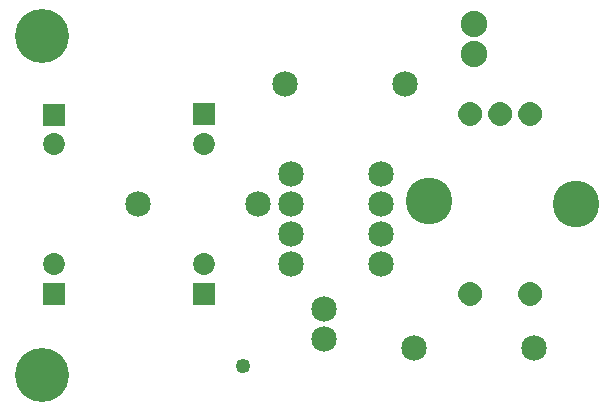
<source format=gbs>
G04 MADE WITH FRITZING*
G04 WWW.FRITZING.ORG*
G04 DOUBLE SIDED*
G04 HOLES PLATED*
G04 CONTOUR ON CENTER OF CONTOUR VECTOR*
%ASAXBY*%
%FSLAX23Y23*%
%MOIN*%
%OFA0B0*%
%SFA1.0B1.0*%
%ADD10C,0.085000*%
%ADD11C,0.155669*%
%ADD12C,0.049370*%
%ADD13C,0.072992*%
%ADD14C,0.180000*%
%ADD15C,0.088000*%
%ADD16R,0.072992X0.072992*%
%ADD17C,0.030000*%
%ADD18R,0.001000X0.001000*%
%LNMASK0*%
G90*
G70*
G54D10*
X919Y1157D03*
X1319Y1157D03*
X1750Y277D03*
X1350Y277D03*
X829Y757D03*
X429Y757D03*
G54D11*
X1399Y767D03*
X1889Y757D03*
G54D10*
X1050Y307D03*
X1050Y407D03*
G54D12*
X779Y217D03*
G54D13*
X650Y458D03*
X650Y557D03*
X650Y458D03*
X650Y557D03*
X150Y458D03*
X150Y557D03*
X150Y458D03*
X150Y557D03*
X651Y1056D03*
X651Y958D03*
X651Y1056D03*
X651Y958D03*
X150Y1055D03*
X150Y957D03*
X150Y1055D03*
X150Y957D03*
G54D14*
X110Y1317D03*
X109Y187D03*
G54D10*
X1239Y557D03*
X939Y557D03*
X1239Y657D03*
X939Y657D03*
X1239Y757D03*
X939Y757D03*
X1239Y857D03*
X939Y857D03*
G54D15*
X1550Y1257D03*
X1550Y1357D03*
G54D16*
X650Y458D03*
X650Y458D03*
X150Y458D03*
X150Y458D03*
X651Y1056D03*
X651Y1056D03*
X150Y1055D03*
X150Y1055D03*
G54D17*
G36*
X1022Y334D02*
X1077Y334D01*
X1077Y279D01*
X1022Y279D01*
X1022Y334D01*
G37*
D02*
G36*
X1211Y530D02*
X1211Y585D01*
X1266Y585D01*
X1266Y530D01*
X1211Y530D01*
G37*
D02*
G36*
X1521Y1228D02*
X1521Y1286D01*
X1579Y1286D01*
X1579Y1228D01*
X1521Y1228D01*
G37*
D02*
G54D18*
X1533Y1097D02*
X1543Y1097D01*
X1633Y1097D02*
X1643Y1097D01*
X1733Y1097D02*
X1743Y1097D01*
X1529Y1096D02*
X1547Y1096D01*
X1629Y1096D02*
X1647Y1096D01*
X1728Y1096D02*
X1747Y1096D01*
X1526Y1095D02*
X1550Y1095D01*
X1626Y1095D02*
X1650Y1095D01*
X1726Y1095D02*
X1750Y1095D01*
X1523Y1094D02*
X1552Y1094D01*
X1623Y1094D02*
X1652Y1094D01*
X1723Y1094D02*
X1752Y1094D01*
X1521Y1093D02*
X1554Y1093D01*
X1621Y1093D02*
X1654Y1093D01*
X1721Y1093D02*
X1754Y1093D01*
X1520Y1092D02*
X1556Y1092D01*
X1620Y1092D02*
X1656Y1092D01*
X1720Y1092D02*
X1756Y1092D01*
X1518Y1091D02*
X1557Y1091D01*
X1618Y1091D02*
X1657Y1091D01*
X1718Y1091D02*
X1757Y1091D01*
X1517Y1090D02*
X1559Y1090D01*
X1617Y1090D02*
X1659Y1090D01*
X1717Y1090D02*
X1759Y1090D01*
X1515Y1089D02*
X1560Y1089D01*
X1615Y1089D02*
X1660Y1089D01*
X1715Y1089D02*
X1760Y1089D01*
X1514Y1088D02*
X1561Y1088D01*
X1614Y1088D02*
X1661Y1088D01*
X1714Y1088D02*
X1761Y1088D01*
X1513Y1087D02*
X1563Y1087D01*
X1613Y1087D02*
X1663Y1087D01*
X1713Y1087D02*
X1762Y1087D01*
X1512Y1086D02*
X1564Y1086D01*
X1612Y1086D02*
X1664Y1086D01*
X1712Y1086D02*
X1764Y1086D01*
X1511Y1085D02*
X1565Y1085D01*
X1611Y1085D02*
X1665Y1085D01*
X1711Y1085D02*
X1765Y1085D01*
X1510Y1084D02*
X1566Y1084D01*
X1610Y1084D02*
X1666Y1084D01*
X1710Y1084D02*
X1766Y1084D01*
X1509Y1083D02*
X1567Y1083D01*
X1609Y1083D02*
X1667Y1083D01*
X1709Y1083D02*
X1766Y1083D01*
X1508Y1082D02*
X1567Y1082D01*
X1608Y1082D02*
X1667Y1082D01*
X1708Y1082D02*
X1767Y1082D01*
X1507Y1081D02*
X1568Y1081D01*
X1607Y1081D02*
X1668Y1081D01*
X1707Y1081D02*
X1768Y1081D01*
X1506Y1080D02*
X1569Y1080D01*
X1606Y1080D02*
X1669Y1080D01*
X1706Y1080D02*
X1769Y1080D01*
X1506Y1079D02*
X1570Y1079D01*
X1606Y1079D02*
X1670Y1079D01*
X1706Y1079D02*
X1770Y1079D01*
X1505Y1078D02*
X1570Y1078D01*
X1605Y1078D02*
X1670Y1078D01*
X1705Y1078D02*
X1770Y1078D01*
X1504Y1077D02*
X1571Y1077D01*
X1604Y1077D02*
X1671Y1077D01*
X1704Y1077D02*
X1771Y1077D01*
X1504Y1076D02*
X1572Y1076D01*
X1604Y1076D02*
X1672Y1076D01*
X1704Y1076D02*
X1772Y1076D01*
X1503Y1075D02*
X1572Y1075D01*
X1603Y1075D02*
X1672Y1075D01*
X1703Y1075D02*
X1772Y1075D01*
X1503Y1074D02*
X1573Y1074D01*
X1603Y1074D02*
X1673Y1074D01*
X1702Y1074D02*
X1773Y1074D01*
X1502Y1073D02*
X1573Y1073D01*
X1602Y1073D02*
X1673Y1073D01*
X1702Y1073D02*
X1773Y1073D01*
X1502Y1072D02*
X1574Y1072D01*
X1602Y1072D02*
X1674Y1072D01*
X1701Y1072D02*
X1774Y1072D01*
X1501Y1071D02*
X1574Y1071D01*
X1601Y1071D02*
X1674Y1071D01*
X1701Y1071D02*
X1774Y1071D01*
X1501Y1070D02*
X1575Y1070D01*
X1601Y1070D02*
X1675Y1070D01*
X1701Y1070D02*
X1775Y1070D01*
X1500Y1069D02*
X1575Y1069D01*
X1600Y1069D02*
X1675Y1069D01*
X1700Y1069D02*
X1775Y1069D01*
X1500Y1068D02*
X1575Y1068D01*
X1600Y1068D02*
X1675Y1068D01*
X1700Y1068D02*
X1775Y1068D01*
X1500Y1067D02*
X1576Y1067D01*
X1600Y1067D02*
X1676Y1067D01*
X1700Y1067D02*
X1776Y1067D01*
X1499Y1066D02*
X1576Y1066D01*
X1599Y1066D02*
X1676Y1066D01*
X1699Y1066D02*
X1776Y1066D01*
X1499Y1065D02*
X1576Y1065D01*
X1599Y1065D02*
X1676Y1065D01*
X1699Y1065D02*
X1776Y1065D01*
X1499Y1064D02*
X1577Y1064D01*
X1599Y1064D02*
X1676Y1064D01*
X1699Y1064D02*
X1776Y1064D01*
X1499Y1063D02*
X1577Y1063D01*
X1599Y1063D02*
X1677Y1063D01*
X1699Y1063D02*
X1777Y1063D01*
X1499Y1062D02*
X1577Y1062D01*
X1599Y1062D02*
X1677Y1062D01*
X1698Y1062D02*
X1777Y1062D01*
X1498Y1061D02*
X1577Y1061D01*
X1598Y1061D02*
X1677Y1061D01*
X1698Y1061D02*
X1777Y1061D01*
X1498Y1060D02*
X1577Y1060D01*
X1598Y1060D02*
X1677Y1060D01*
X1698Y1060D02*
X1777Y1060D01*
X1498Y1059D02*
X1577Y1059D01*
X1598Y1059D02*
X1677Y1059D01*
X1698Y1059D02*
X1777Y1059D01*
X1498Y1058D02*
X1577Y1058D01*
X1598Y1058D02*
X1677Y1058D01*
X1698Y1058D02*
X1777Y1058D01*
X1498Y1057D02*
X1577Y1057D01*
X1598Y1057D02*
X1677Y1057D01*
X1698Y1057D02*
X1777Y1057D01*
X1498Y1056D02*
X1577Y1056D01*
X1598Y1056D02*
X1677Y1056D01*
X1698Y1056D02*
X1777Y1056D01*
X1498Y1055D02*
X1577Y1055D01*
X1598Y1055D02*
X1677Y1055D01*
X1698Y1055D02*
X1777Y1055D01*
X1498Y1054D02*
X1577Y1054D01*
X1598Y1054D02*
X1677Y1054D01*
X1698Y1054D02*
X1777Y1054D01*
X1499Y1053D02*
X1577Y1053D01*
X1599Y1053D02*
X1677Y1053D01*
X1698Y1053D02*
X1777Y1053D01*
X1499Y1052D02*
X1577Y1052D01*
X1599Y1052D02*
X1677Y1052D01*
X1699Y1052D02*
X1777Y1052D01*
X1499Y1051D02*
X1577Y1051D01*
X1599Y1051D02*
X1676Y1051D01*
X1699Y1051D02*
X1776Y1051D01*
X1499Y1050D02*
X1576Y1050D01*
X1599Y1050D02*
X1676Y1050D01*
X1699Y1050D02*
X1776Y1050D01*
X1499Y1049D02*
X1576Y1049D01*
X1599Y1049D02*
X1676Y1049D01*
X1699Y1049D02*
X1776Y1049D01*
X1500Y1048D02*
X1576Y1048D01*
X1600Y1048D02*
X1676Y1048D01*
X1700Y1048D02*
X1776Y1048D01*
X1500Y1047D02*
X1575Y1047D01*
X1600Y1047D02*
X1675Y1047D01*
X1700Y1047D02*
X1775Y1047D01*
X1500Y1046D02*
X1575Y1046D01*
X1600Y1046D02*
X1675Y1046D01*
X1700Y1046D02*
X1775Y1046D01*
X1501Y1045D02*
X1575Y1045D01*
X1601Y1045D02*
X1675Y1045D01*
X1701Y1045D02*
X1775Y1045D01*
X1501Y1044D02*
X1574Y1044D01*
X1601Y1044D02*
X1674Y1044D01*
X1701Y1044D02*
X1774Y1044D01*
X1502Y1043D02*
X1574Y1043D01*
X1602Y1043D02*
X1674Y1043D01*
X1701Y1043D02*
X1774Y1043D01*
X1502Y1042D02*
X1573Y1042D01*
X1602Y1042D02*
X1673Y1042D01*
X1702Y1042D02*
X1773Y1042D01*
X1503Y1041D02*
X1573Y1041D01*
X1603Y1041D02*
X1673Y1041D01*
X1702Y1041D02*
X1773Y1041D01*
X1503Y1040D02*
X1572Y1040D01*
X1603Y1040D02*
X1672Y1040D01*
X1703Y1040D02*
X1772Y1040D01*
X1504Y1039D02*
X1572Y1039D01*
X1604Y1039D02*
X1672Y1039D01*
X1704Y1039D02*
X1772Y1039D01*
X1504Y1038D02*
X1571Y1038D01*
X1604Y1038D02*
X1671Y1038D01*
X1704Y1038D02*
X1771Y1038D01*
X1505Y1037D02*
X1570Y1037D01*
X1605Y1037D02*
X1670Y1037D01*
X1705Y1037D02*
X1770Y1037D01*
X1506Y1036D02*
X1570Y1036D01*
X1606Y1036D02*
X1670Y1036D01*
X1706Y1036D02*
X1770Y1036D01*
X1506Y1035D02*
X1569Y1035D01*
X1606Y1035D02*
X1669Y1035D01*
X1706Y1035D02*
X1769Y1035D01*
X1507Y1034D02*
X1568Y1034D01*
X1607Y1034D02*
X1668Y1034D01*
X1707Y1034D02*
X1768Y1034D01*
X1508Y1033D02*
X1567Y1033D01*
X1608Y1033D02*
X1667Y1033D01*
X1708Y1033D02*
X1767Y1033D01*
X1509Y1032D02*
X1567Y1032D01*
X1609Y1032D02*
X1667Y1032D01*
X1709Y1032D02*
X1766Y1032D01*
X1510Y1031D02*
X1566Y1031D01*
X1610Y1031D02*
X1666Y1031D01*
X1710Y1031D02*
X1766Y1031D01*
X1511Y1030D02*
X1565Y1030D01*
X1611Y1030D02*
X1665Y1030D01*
X1711Y1030D02*
X1765Y1030D01*
X1512Y1029D02*
X1564Y1029D01*
X1612Y1029D02*
X1664Y1029D01*
X1712Y1029D02*
X1764Y1029D01*
X1513Y1028D02*
X1563Y1028D01*
X1613Y1028D02*
X1663Y1028D01*
X1713Y1028D02*
X1762Y1028D01*
X1514Y1027D02*
X1561Y1027D01*
X1614Y1027D02*
X1661Y1027D01*
X1714Y1027D02*
X1761Y1027D01*
X1515Y1026D02*
X1560Y1026D01*
X1615Y1026D02*
X1660Y1026D01*
X1715Y1026D02*
X1760Y1026D01*
X1517Y1025D02*
X1559Y1025D01*
X1617Y1025D02*
X1659Y1025D01*
X1717Y1025D02*
X1759Y1025D01*
X1518Y1024D02*
X1557Y1024D01*
X1618Y1024D02*
X1657Y1024D01*
X1718Y1024D02*
X1757Y1024D01*
X1520Y1023D02*
X1556Y1023D01*
X1620Y1023D02*
X1656Y1023D01*
X1720Y1023D02*
X1756Y1023D01*
X1521Y1022D02*
X1554Y1022D01*
X1621Y1022D02*
X1654Y1022D01*
X1721Y1022D02*
X1754Y1022D01*
X1523Y1021D02*
X1552Y1021D01*
X1623Y1021D02*
X1652Y1021D01*
X1723Y1021D02*
X1752Y1021D01*
X1526Y1020D02*
X1550Y1020D01*
X1626Y1020D02*
X1650Y1020D01*
X1726Y1020D02*
X1750Y1020D01*
X1529Y1019D02*
X1547Y1019D01*
X1629Y1019D02*
X1647Y1019D01*
X1728Y1019D02*
X1747Y1019D01*
X1533Y1018D02*
X1543Y1018D01*
X1633Y1018D02*
X1643Y1018D01*
X1733Y1018D02*
X1743Y1018D01*
X1532Y497D02*
X1544Y497D01*
X1731Y497D02*
X1744Y497D01*
X1528Y496D02*
X1548Y496D01*
X1728Y496D02*
X1747Y496D01*
X1525Y495D02*
X1550Y495D01*
X1725Y495D02*
X1750Y495D01*
X1523Y494D02*
X1552Y494D01*
X1723Y494D02*
X1752Y494D01*
X1521Y493D02*
X1554Y493D01*
X1721Y493D02*
X1754Y493D01*
X1519Y492D02*
X1556Y492D01*
X1719Y492D02*
X1756Y492D01*
X1518Y491D02*
X1558Y491D01*
X1718Y491D02*
X1758Y491D01*
X1516Y490D02*
X1559Y490D01*
X1716Y490D02*
X1759Y490D01*
X1515Y489D02*
X1560Y489D01*
X1715Y489D02*
X1760Y489D01*
X1514Y488D02*
X1562Y488D01*
X1714Y488D02*
X1762Y488D01*
X1513Y487D02*
X1563Y487D01*
X1713Y487D02*
X1763Y487D01*
X1512Y486D02*
X1564Y486D01*
X1711Y486D02*
X1764Y486D01*
X1511Y485D02*
X1565Y485D01*
X1710Y485D02*
X1765Y485D01*
X1510Y484D02*
X1566Y484D01*
X1709Y484D02*
X1766Y484D01*
X1509Y483D02*
X1567Y483D01*
X1709Y483D02*
X1767Y483D01*
X1508Y482D02*
X1568Y482D01*
X1708Y482D02*
X1768Y482D01*
X1507Y481D02*
X1568Y481D01*
X1707Y481D02*
X1768Y481D01*
X1506Y480D02*
X1569Y480D01*
X1706Y480D02*
X1769Y480D01*
X1505Y479D02*
X1570Y479D01*
X1705Y479D02*
X1770Y479D01*
X1505Y478D02*
X1571Y478D01*
X1705Y478D02*
X1771Y478D01*
X1504Y477D02*
X1571Y477D01*
X1704Y477D02*
X1771Y477D01*
X1504Y476D02*
X1572Y476D01*
X1703Y476D02*
X1772Y476D01*
X1503Y475D02*
X1572Y475D01*
X1703Y475D02*
X1772Y475D01*
X1502Y474D02*
X1573Y474D01*
X1702Y474D02*
X1773Y474D01*
X1502Y473D02*
X1573Y473D01*
X1702Y473D02*
X1773Y473D01*
X1501Y472D02*
X1574Y472D01*
X1701Y472D02*
X1774Y472D01*
X1501Y471D02*
X1574Y471D01*
X1701Y471D02*
X1774Y471D01*
X1501Y470D02*
X1575Y470D01*
X1701Y470D02*
X1775Y470D01*
X1500Y469D02*
X1575Y469D01*
X1700Y469D02*
X1775Y469D01*
X1500Y468D02*
X1576Y468D01*
X1700Y468D02*
X1775Y468D01*
X1500Y467D02*
X1576Y467D01*
X1700Y467D02*
X1776Y467D01*
X1499Y466D02*
X1576Y466D01*
X1699Y466D02*
X1776Y466D01*
X1499Y465D02*
X1576Y465D01*
X1699Y465D02*
X1776Y465D01*
X1499Y464D02*
X1577Y464D01*
X1699Y464D02*
X1776Y464D01*
X1499Y463D02*
X1577Y463D01*
X1699Y463D02*
X1777Y463D01*
X1499Y462D02*
X1577Y462D01*
X1698Y462D02*
X1777Y462D01*
X1498Y461D02*
X1577Y461D01*
X1698Y461D02*
X1777Y461D01*
X1498Y460D02*
X1577Y460D01*
X1698Y460D02*
X1777Y460D01*
X1498Y459D02*
X1577Y459D01*
X1698Y459D02*
X1777Y459D01*
X1498Y458D02*
X1577Y458D01*
X1698Y458D02*
X1777Y458D01*
X1498Y457D02*
X1577Y457D01*
X1698Y457D02*
X1777Y457D01*
X1498Y456D02*
X1577Y456D01*
X1698Y456D02*
X1777Y456D01*
X1498Y455D02*
X1577Y455D01*
X1698Y455D02*
X1777Y455D01*
X1498Y454D02*
X1577Y454D01*
X1698Y454D02*
X1777Y454D01*
X1499Y453D02*
X1577Y453D01*
X1698Y453D02*
X1777Y453D01*
X1499Y452D02*
X1577Y452D01*
X1699Y452D02*
X1777Y452D01*
X1499Y451D02*
X1576Y451D01*
X1699Y451D02*
X1776Y451D01*
X1499Y450D02*
X1576Y450D01*
X1699Y450D02*
X1776Y450D01*
X1499Y449D02*
X1576Y449D01*
X1699Y449D02*
X1776Y449D01*
X1500Y448D02*
X1576Y448D01*
X1700Y448D02*
X1776Y448D01*
X1500Y447D02*
X1575Y447D01*
X1700Y447D02*
X1775Y447D01*
X1500Y446D02*
X1575Y446D01*
X1700Y446D02*
X1775Y446D01*
X1501Y445D02*
X1575Y445D01*
X1701Y445D02*
X1775Y445D01*
X1501Y444D02*
X1574Y444D01*
X1701Y444D02*
X1774Y444D01*
X1502Y443D02*
X1574Y443D01*
X1702Y443D02*
X1774Y443D01*
X1502Y442D02*
X1573Y442D01*
X1702Y442D02*
X1773Y442D01*
X1503Y441D02*
X1573Y441D01*
X1703Y441D02*
X1773Y441D01*
X1503Y440D02*
X1572Y440D01*
X1703Y440D02*
X1772Y440D01*
X1504Y439D02*
X1572Y439D01*
X1704Y439D02*
X1772Y439D01*
X1504Y438D02*
X1571Y438D01*
X1704Y438D02*
X1771Y438D01*
X1505Y437D02*
X1570Y437D01*
X1705Y437D02*
X1770Y437D01*
X1506Y436D02*
X1570Y436D01*
X1706Y436D02*
X1770Y436D01*
X1507Y435D02*
X1569Y435D01*
X1706Y435D02*
X1769Y435D01*
X1507Y434D02*
X1568Y434D01*
X1707Y434D02*
X1768Y434D01*
X1508Y433D02*
X1567Y433D01*
X1708Y433D02*
X1767Y433D01*
X1509Y432D02*
X1566Y432D01*
X1709Y432D02*
X1766Y432D01*
X1510Y431D02*
X1565Y431D01*
X1710Y431D02*
X1765Y431D01*
X1511Y430D02*
X1564Y430D01*
X1711Y430D02*
X1764Y430D01*
X1512Y429D02*
X1563Y429D01*
X1712Y429D02*
X1763Y429D01*
X1513Y428D02*
X1562Y428D01*
X1713Y428D02*
X1762Y428D01*
X1514Y427D02*
X1561Y427D01*
X1714Y427D02*
X1761Y427D01*
X1516Y426D02*
X1560Y426D01*
X1715Y426D02*
X1760Y426D01*
X1517Y425D02*
X1559Y425D01*
X1717Y425D02*
X1758Y425D01*
X1518Y424D02*
X1557Y424D01*
X1718Y424D02*
X1757Y424D01*
X1520Y423D02*
X1555Y423D01*
X1720Y423D02*
X1755Y423D01*
X1522Y422D02*
X1554Y422D01*
X1722Y422D02*
X1753Y422D01*
X1524Y421D02*
X1552Y421D01*
X1724Y421D02*
X1751Y421D01*
X1526Y420D02*
X1549Y420D01*
X1726Y420D02*
X1749Y420D01*
X1529Y419D02*
X1546Y419D01*
X1729Y419D02*
X1746Y419D01*
X1534Y418D02*
X1541Y418D01*
X1734Y418D02*
X1741Y418D01*
D02*
G04 End of Mask0*
M02*
</source>
